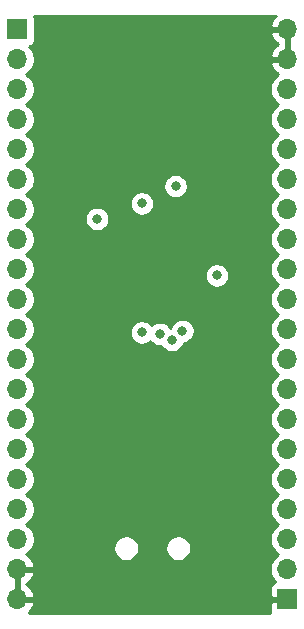
<source format=gbr>
%TF.GenerationSoftware,KiCad,Pcbnew,5.1.9-73d0e3b20d~88~ubuntu20.04.1*%
%TF.CreationDate,2021-03-30T20:26:41-06:00*%
%TF.ProjectId,STM32F411CE,53544d33-3246-4343-9131-43452e6b6963,rev?*%
%TF.SameCoordinates,Original*%
%TF.FileFunction,Copper,L4,Bot*%
%TF.FilePolarity,Positive*%
%FSLAX46Y46*%
G04 Gerber Fmt 4.6, Leading zero omitted, Abs format (unit mm)*
G04 Created by KiCad (PCBNEW 5.1.9-73d0e3b20d~88~ubuntu20.04.1) date 2021-03-30 20:26:41*
%MOMM*%
%LPD*%
G01*
G04 APERTURE LIST*
%TA.AperFunction,ComponentPad*%
%ADD10O,1.700000X1.700000*%
%TD*%
%TA.AperFunction,ComponentPad*%
%ADD11R,1.700000X1.700000*%
%TD*%
%TA.AperFunction,ViaPad*%
%ADD12C,0.800000*%
%TD*%
%TA.AperFunction,Conductor*%
%ADD13C,0.254000*%
%TD*%
%TA.AperFunction,Conductor*%
%ADD14C,0.100000*%
%TD*%
G04 APERTURE END LIST*
D10*
%TO.P,J3,20*%
%TO.N,GND*%
X36626800Y-13766800D03*
%TO.P,J3,19*%
X36626800Y-16306800D03*
%TO.P,J3,18*%
%TO.N,PB9*%
X36626800Y-18846800D03*
%TO.P,J3,17*%
%TO.N,PB8*%
X36626800Y-21386800D03*
%TO.P,J3,16*%
%TO.N,BOOT0*%
X36626800Y-23926800D03*
%TO.P,J3,15*%
%TO.N,PB7*%
X36626800Y-26466800D03*
%TO.P,J3,14*%
%TO.N,PB6*%
X36626800Y-29006800D03*
%TO.P,J3,13*%
%TO.N,PB5*%
X36626800Y-31546800D03*
%TO.P,J3,12*%
%TO.N,FM_MISO*%
X36626800Y-34086800D03*
%TO.P,J3,11*%
%TO.N,SWO*%
X36626800Y-36626800D03*
%TO.P,J3,10*%
%TO.N,PA15*%
X36626800Y-39166800D03*
%TO.P,J3,9*%
%TO.N,SWDCLK*%
X36626800Y-41706800D03*
%TO.P,J3,8*%
%TO.N,SWDIO*%
X36626800Y-44246800D03*
%TO.P,J3,7*%
%TO.N,N/C*%
X36626800Y-46786800D03*
%TO.P,J3,6*%
X36626800Y-49326800D03*
%TO.P,J3,5*%
X36626800Y-51866800D03*
%TO.P,J3,4*%
%TO.N,PB15*%
X36626800Y-54406800D03*
%TO.P,J3,3*%
%TO.N,PB14*%
X36626800Y-56946800D03*
%TO.P,J3,2*%
%TO.N,PB13*%
X36626800Y-59486800D03*
D11*
%TO.P,J3,1*%
%TO.N,GND*%
X36626800Y-62026800D03*
%TD*%
D10*
%TO.P,J2,20*%
%TO.N,GND*%
X13766800Y-62026800D03*
%TO.P,J2,19*%
X13766800Y-59486800D03*
%TO.P,J2,18*%
%TO.N,PB12*%
X13766800Y-56946800D03*
%TO.P,J2,17*%
%TO.N,PB10*%
X13766800Y-54406800D03*
%TO.P,J2,16*%
%TO.N,PB2*%
X13766800Y-51866800D03*
%TO.P,J2,15*%
%TO.N,PB1*%
X13766800Y-49326800D03*
%TO.P,J2,14*%
%TO.N,PBO*%
X13766800Y-46786800D03*
%TO.P,J2,13*%
%TO.N,FM_MOSI*%
X13766800Y-44246800D03*
%TO.P,J2,12*%
%TO.N,PA6*%
X13766800Y-41706800D03*
%TO.P,J2,11*%
%TO.N,FM_SCK*%
X13766800Y-39166800D03*
%TO.P,J2,10*%
%TO.N,FM_CS*%
X13766800Y-36626800D03*
%TO.P,J2,9*%
%TO.N,PA3*%
X13766800Y-34086800D03*
%TO.P,J2,8*%
%TO.N,PA2*%
X13766800Y-31546800D03*
%TO.P,J2,7*%
%TO.N,PA1*%
X13766800Y-29006800D03*
%TO.P,J2,6*%
%TO.N,KEY*%
X13766800Y-26466800D03*
%TO.P,J2,5*%
%TO.N,~RST*%
X13766800Y-23926800D03*
%TO.P,J2,4*%
%TO.N,+3V3*%
X13766800Y-21386800D03*
%TO.P,J2,3*%
%TO.N,N/C*%
X13766800Y-18846800D03*
%TO.P,J2,2*%
X13766800Y-16306800D03*
D11*
%TO.P,J2,1*%
%TO.N,+BATT*%
X13766800Y-13766800D03*
%TD*%
D12*
%TO.N,GND*%
X24130000Y-32512000D03*
X26416000Y-32512000D03*
X26416000Y-35560000D03*
X24130000Y-35560000D03*
X22402800Y-42773600D03*
X22758400Y-49225200D03*
X17018000Y-26924000D03*
X26797000Y-22352000D03*
X23368000Y-25908000D03*
X28194000Y-23114000D03*
X26289000Y-20320000D03*
X26797000Y-53213000D03*
%TO.N,+3V3*%
X27178000Y-27051000D03*
X30657800Y-34594800D03*
X24307800Y-39420800D03*
X20535900Y-29806900D03*
%TO.N,+BATT*%
X24307800Y-28498800D03*
%TO.N,PB14*%
X26847800Y-40055800D03*
%TO.N,PB13*%
X25831800Y-39547800D03*
%TO.N,PB15*%
X27736800Y-39293800D03*
%TD*%
D13*
%TO.N,GND*%
X35529212Y-12766531D02*
X35355159Y-12999880D01*
X35229975Y-13262701D01*
X35185324Y-13409910D01*
X35306645Y-13639800D01*
X36499800Y-13639800D01*
X36499800Y-13619800D01*
X36753800Y-13619800D01*
X36753800Y-13639800D01*
X36773800Y-13639800D01*
X36773800Y-13893800D01*
X36753800Y-13893800D01*
X36753800Y-16179800D01*
X36773800Y-16179800D01*
X36773800Y-16433800D01*
X36753800Y-16433800D01*
X36753800Y-16453800D01*
X36499800Y-16453800D01*
X36499800Y-16433800D01*
X35306645Y-16433800D01*
X35185324Y-16663690D01*
X35229975Y-16810899D01*
X35355159Y-17073720D01*
X35529212Y-17307069D01*
X35745445Y-17501978D01*
X35862334Y-17571605D01*
X35680168Y-17693325D01*
X35473325Y-17900168D01*
X35310810Y-18143389D01*
X35198868Y-18413642D01*
X35141800Y-18700540D01*
X35141800Y-18993060D01*
X35198868Y-19279958D01*
X35310810Y-19550211D01*
X35473325Y-19793432D01*
X35680168Y-20000275D01*
X35854560Y-20116800D01*
X35680168Y-20233325D01*
X35473325Y-20440168D01*
X35310810Y-20683389D01*
X35198868Y-20953642D01*
X35141800Y-21240540D01*
X35141800Y-21533060D01*
X35198868Y-21819958D01*
X35310810Y-22090211D01*
X35473325Y-22333432D01*
X35680168Y-22540275D01*
X35854560Y-22656800D01*
X35680168Y-22773325D01*
X35473325Y-22980168D01*
X35310810Y-23223389D01*
X35198868Y-23493642D01*
X35141800Y-23780540D01*
X35141800Y-24073060D01*
X35198868Y-24359958D01*
X35310810Y-24630211D01*
X35473325Y-24873432D01*
X35680168Y-25080275D01*
X35854560Y-25196800D01*
X35680168Y-25313325D01*
X35473325Y-25520168D01*
X35310810Y-25763389D01*
X35198868Y-26033642D01*
X35141800Y-26320540D01*
X35141800Y-26613060D01*
X35198868Y-26899958D01*
X35310810Y-27170211D01*
X35473325Y-27413432D01*
X35680168Y-27620275D01*
X35854560Y-27736800D01*
X35680168Y-27853325D01*
X35473325Y-28060168D01*
X35310810Y-28303389D01*
X35198868Y-28573642D01*
X35141800Y-28860540D01*
X35141800Y-29153060D01*
X35198868Y-29439958D01*
X35310810Y-29710211D01*
X35473325Y-29953432D01*
X35680168Y-30160275D01*
X35854560Y-30276800D01*
X35680168Y-30393325D01*
X35473325Y-30600168D01*
X35310810Y-30843389D01*
X35198868Y-31113642D01*
X35141800Y-31400540D01*
X35141800Y-31693060D01*
X35198868Y-31979958D01*
X35310810Y-32250211D01*
X35473325Y-32493432D01*
X35680168Y-32700275D01*
X35854560Y-32816800D01*
X35680168Y-32933325D01*
X35473325Y-33140168D01*
X35310810Y-33383389D01*
X35198868Y-33653642D01*
X35141800Y-33940540D01*
X35141800Y-34233060D01*
X35198868Y-34519958D01*
X35310810Y-34790211D01*
X35473325Y-35033432D01*
X35680168Y-35240275D01*
X35854560Y-35356800D01*
X35680168Y-35473325D01*
X35473325Y-35680168D01*
X35310810Y-35923389D01*
X35198868Y-36193642D01*
X35141800Y-36480540D01*
X35141800Y-36773060D01*
X35198868Y-37059958D01*
X35310810Y-37330211D01*
X35473325Y-37573432D01*
X35680168Y-37780275D01*
X35854560Y-37896800D01*
X35680168Y-38013325D01*
X35473325Y-38220168D01*
X35310810Y-38463389D01*
X35198868Y-38733642D01*
X35141800Y-39020540D01*
X35141800Y-39313060D01*
X35198868Y-39599958D01*
X35310810Y-39870211D01*
X35473325Y-40113432D01*
X35680168Y-40320275D01*
X35854560Y-40436800D01*
X35680168Y-40553325D01*
X35473325Y-40760168D01*
X35310810Y-41003389D01*
X35198868Y-41273642D01*
X35141800Y-41560540D01*
X35141800Y-41853060D01*
X35198868Y-42139958D01*
X35310810Y-42410211D01*
X35473325Y-42653432D01*
X35680168Y-42860275D01*
X35854560Y-42976800D01*
X35680168Y-43093325D01*
X35473325Y-43300168D01*
X35310810Y-43543389D01*
X35198868Y-43813642D01*
X35141800Y-44100540D01*
X35141800Y-44393060D01*
X35198868Y-44679958D01*
X35310810Y-44950211D01*
X35473325Y-45193432D01*
X35680168Y-45400275D01*
X35854560Y-45516800D01*
X35680168Y-45633325D01*
X35473325Y-45840168D01*
X35310810Y-46083389D01*
X35198868Y-46353642D01*
X35141800Y-46640540D01*
X35141800Y-46933060D01*
X35198868Y-47219958D01*
X35310810Y-47490211D01*
X35473325Y-47733432D01*
X35680168Y-47940275D01*
X35854560Y-48056800D01*
X35680168Y-48173325D01*
X35473325Y-48380168D01*
X35310810Y-48623389D01*
X35198868Y-48893642D01*
X35141800Y-49180540D01*
X35141800Y-49473060D01*
X35198868Y-49759958D01*
X35310810Y-50030211D01*
X35473325Y-50273432D01*
X35680168Y-50480275D01*
X35854560Y-50596800D01*
X35680168Y-50713325D01*
X35473325Y-50920168D01*
X35310810Y-51163389D01*
X35198868Y-51433642D01*
X35141800Y-51720540D01*
X35141800Y-52013060D01*
X35198868Y-52299958D01*
X35310810Y-52570211D01*
X35473325Y-52813432D01*
X35680168Y-53020275D01*
X35854560Y-53136800D01*
X35680168Y-53253325D01*
X35473325Y-53460168D01*
X35310810Y-53703389D01*
X35198868Y-53973642D01*
X35141800Y-54260540D01*
X35141800Y-54553060D01*
X35198868Y-54839958D01*
X35310810Y-55110211D01*
X35473325Y-55353432D01*
X35680168Y-55560275D01*
X35854560Y-55676800D01*
X35680168Y-55793325D01*
X35473325Y-56000168D01*
X35310810Y-56243389D01*
X35198868Y-56513642D01*
X35141800Y-56800540D01*
X35141800Y-57093060D01*
X35198868Y-57379958D01*
X35310810Y-57650211D01*
X35473325Y-57893432D01*
X35680168Y-58100275D01*
X35854560Y-58216800D01*
X35680168Y-58333325D01*
X35473325Y-58540168D01*
X35310810Y-58783389D01*
X35198868Y-59053642D01*
X35141800Y-59340540D01*
X35141800Y-59633060D01*
X35198868Y-59919958D01*
X35310810Y-60190211D01*
X35473325Y-60433432D01*
X35605180Y-60565287D01*
X35532620Y-60587298D01*
X35422306Y-60646263D01*
X35325615Y-60725615D01*
X35246263Y-60822306D01*
X35187298Y-60932620D01*
X35150988Y-61052318D01*
X35138728Y-61176800D01*
X35141800Y-61741050D01*
X35300550Y-61899800D01*
X36499800Y-61899800D01*
X36499800Y-61879800D01*
X36753800Y-61879800D01*
X36753800Y-61899800D01*
X36773800Y-61899800D01*
X36773800Y-62153800D01*
X36753800Y-62153800D01*
X36753800Y-62173800D01*
X36499800Y-62173800D01*
X36499800Y-62153800D01*
X35300550Y-62153800D01*
X35141800Y-62312550D01*
X35138728Y-62876800D01*
X35150988Y-63001282D01*
X35187298Y-63120980D01*
X35200030Y-63144800D01*
X14733777Y-63144800D01*
X14864388Y-63027069D01*
X15038441Y-62793720D01*
X15163625Y-62530899D01*
X15208276Y-62383690D01*
X15086955Y-62153800D01*
X13893800Y-62153800D01*
X13893800Y-62173800D01*
X13639800Y-62173800D01*
X13639800Y-62153800D01*
X13619800Y-62153800D01*
X13619800Y-61899800D01*
X13639800Y-61899800D01*
X13639800Y-59613800D01*
X13893800Y-59613800D01*
X13893800Y-61899800D01*
X15086955Y-61899800D01*
X15208276Y-61669910D01*
X15163625Y-61522701D01*
X15038441Y-61259880D01*
X14864388Y-61026531D01*
X14648155Y-60831622D01*
X14522545Y-60756800D01*
X14648155Y-60681978D01*
X14864388Y-60487069D01*
X15038441Y-60253720D01*
X15163625Y-59990899D01*
X15208276Y-59843690D01*
X15086955Y-59613800D01*
X13893800Y-59613800D01*
X13639800Y-59613800D01*
X13619800Y-59613800D01*
X13619800Y-59359800D01*
X13639800Y-59359800D01*
X13639800Y-59339800D01*
X13893800Y-59339800D01*
X13893800Y-59359800D01*
X15086955Y-59359800D01*
X15208276Y-59129910D01*
X15163625Y-58982701D01*
X15038441Y-58719880D01*
X14864388Y-58486531D01*
X14648155Y-58291622D01*
X14531266Y-58221995D01*
X14713432Y-58100275D01*
X14920275Y-57893432D01*
X15082790Y-57650211D01*
X15102785Y-57601937D01*
X21911800Y-57601937D01*
X21911800Y-57815663D01*
X21953496Y-58025283D01*
X22035285Y-58222740D01*
X22154025Y-58400447D01*
X22305153Y-58551575D01*
X22482860Y-58670315D01*
X22680317Y-58752104D01*
X22889937Y-58793800D01*
X23103663Y-58793800D01*
X23313283Y-58752104D01*
X23510740Y-58670315D01*
X23688447Y-58551575D01*
X23839575Y-58400447D01*
X23958315Y-58222740D01*
X24040104Y-58025283D01*
X24081800Y-57815663D01*
X24081800Y-57601937D01*
X26311800Y-57601937D01*
X26311800Y-57815663D01*
X26353496Y-58025283D01*
X26435285Y-58222740D01*
X26554025Y-58400447D01*
X26705153Y-58551575D01*
X26882860Y-58670315D01*
X27080317Y-58752104D01*
X27289937Y-58793800D01*
X27503663Y-58793800D01*
X27713283Y-58752104D01*
X27910740Y-58670315D01*
X28088447Y-58551575D01*
X28239575Y-58400447D01*
X28358315Y-58222740D01*
X28440104Y-58025283D01*
X28481800Y-57815663D01*
X28481800Y-57601937D01*
X28440104Y-57392317D01*
X28358315Y-57194860D01*
X28239575Y-57017153D01*
X28088447Y-56866025D01*
X27910740Y-56747285D01*
X27713283Y-56665496D01*
X27503663Y-56623800D01*
X27289937Y-56623800D01*
X27080317Y-56665496D01*
X26882860Y-56747285D01*
X26705153Y-56866025D01*
X26554025Y-57017153D01*
X26435285Y-57194860D01*
X26353496Y-57392317D01*
X26311800Y-57601937D01*
X24081800Y-57601937D01*
X24040104Y-57392317D01*
X23958315Y-57194860D01*
X23839575Y-57017153D01*
X23688447Y-56866025D01*
X23510740Y-56747285D01*
X23313283Y-56665496D01*
X23103663Y-56623800D01*
X22889937Y-56623800D01*
X22680317Y-56665496D01*
X22482860Y-56747285D01*
X22305153Y-56866025D01*
X22154025Y-57017153D01*
X22035285Y-57194860D01*
X21953496Y-57392317D01*
X21911800Y-57601937D01*
X15102785Y-57601937D01*
X15194732Y-57379958D01*
X15251800Y-57093060D01*
X15251800Y-56800540D01*
X15194732Y-56513642D01*
X15082790Y-56243389D01*
X14920275Y-56000168D01*
X14713432Y-55793325D01*
X14539040Y-55676800D01*
X14713432Y-55560275D01*
X14920275Y-55353432D01*
X15082790Y-55110211D01*
X15194732Y-54839958D01*
X15251800Y-54553060D01*
X15251800Y-54260540D01*
X15194732Y-53973642D01*
X15082790Y-53703389D01*
X14920275Y-53460168D01*
X14713432Y-53253325D01*
X14539040Y-53136800D01*
X14713432Y-53020275D01*
X14920275Y-52813432D01*
X15082790Y-52570211D01*
X15194732Y-52299958D01*
X15251800Y-52013060D01*
X15251800Y-51720540D01*
X15194732Y-51433642D01*
X15082790Y-51163389D01*
X14920275Y-50920168D01*
X14713432Y-50713325D01*
X14539040Y-50596800D01*
X14713432Y-50480275D01*
X14920275Y-50273432D01*
X15082790Y-50030211D01*
X15194732Y-49759958D01*
X15251800Y-49473060D01*
X15251800Y-49180540D01*
X15194732Y-48893642D01*
X15082790Y-48623389D01*
X14920275Y-48380168D01*
X14713432Y-48173325D01*
X14539040Y-48056800D01*
X14713432Y-47940275D01*
X14920275Y-47733432D01*
X15082790Y-47490211D01*
X15194732Y-47219958D01*
X15251800Y-46933060D01*
X15251800Y-46640540D01*
X15194732Y-46353642D01*
X15082790Y-46083389D01*
X14920275Y-45840168D01*
X14713432Y-45633325D01*
X14539040Y-45516800D01*
X14713432Y-45400275D01*
X14920275Y-45193432D01*
X15082790Y-44950211D01*
X15194732Y-44679958D01*
X15251800Y-44393060D01*
X15251800Y-44100540D01*
X15194732Y-43813642D01*
X15082790Y-43543389D01*
X14920275Y-43300168D01*
X14713432Y-43093325D01*
X14539040Y-42976800D01*
X14713432Y-42860275D01*
X14920275Y-42653432D01*
X15082790Y-42410211D01*
X15194732Y-42139958D01*
X15251800Y-41853060D01*
X15251800Y-41560540D01*
X15194732Y-41273642D01*
X15082790Y-41003389D01*
X14920275Y-40760168D01*
X14713432Y-40553325D01*
X14539040Y-40436800D01*
X14713432Y-40320275D01*
X14920275Y-40113432D01*
X15082790Y-39870211D01*
X15194732Y-39599958D01*
X15250646Y-39318861D01*
X23272800Y-39318861D01*
X23272800Y-39522739D01*
X23312574Y-39722698D01*
X23390595Y-39911056D01*
X23503863Y-40080574D01*
X23648026Y-40224737D01*
X23817544Y-40338005D01*
X24005902Y-40416026D01*
X24205861Y-40455800D01*
X24409739Y-40455800D01*
X24609698Y-40416026D01*
X24798056Y-40338005D01*
X24967574Y-40224737D01*
X25010589Y-40181722D01*
X25027863Y-40207574D01*
X25172026Y-40351737D01*
X25341544Y-40465005D01*
X25529902Y-40543026D01*
X25729861Y-40582800D01*
X25933739Y-40582800D01*
X25952635Y-40579041D01*
X26043863Y-40715574D01*
X26188026Y-40859737D01*
X26357544Y-40973005D01*
X26545902Y-41051026D01*
X26745861Y-41090800D01*
X26949739Y-41090800D01*
X27149698Y-41051026D01*
X27338056Y-40973005D01*
X27507574Y-40859737D01*
X27651737Y-40715574D01*
X27765005Y-40546056D01*
X27843026Y-40357698D01*
X27849188Y-40326722D01*
X28038698Y-40289026D01*
X28227056Y-40211005D01*
X28396574Y-40097737D01*
X28540737Y-39953574D01*
X28654005Y-39784056D01*
X28732026Y-39595698D01*
X28771800Y-39395739D01*
X28771800Y-39191861D01*
X28732026Y-38991902D01*
X28654005Y-38803544D01*
X28540737Y-38634026D01*
X28396574Y-38489863D01*
X28227056Y-38376595D01*
X28038698Y-38298574D01*
X27838739Y-38258800D01*
X27634861Y-38258800D01*
X27434902Y-38298574D01*
X27246544Y-38376595D01*
X27077026Y-38489863D01*
X26932863Y-38634026D01*
X26819595Y-38803544D01*
X26741574Y-38991902D01*
X26735412Y-39022878D01*
X26726965Y-39024559D01*
X26635737Y-38888026D01*
X26491574Y-38743863D01*
X26322056Y-38630595D01*
X26133698Y-38552574D01*
X25933739Y-38512800D01*
X25729861Y-38512800D01*
X25529902Y-38552574D01*
X25341544Y-38630595D01*
X25172026Y-38743863D01*
X25129011Y-38786878D01*
X25111737Y-38761026D01*
X24967574Y-38616863D01*
X24798056Y-38503595D01*
X24609698Y-38425574D01*
X24409739Y-38385800D01*
X24205861Y-38385800D01*
X24005902Y-38425574D01*
X23817544Y-38503595D01*
X23648026Y-38616863D01*
X23503863Y-38761026D01*
X23390595Y-38930544D01*
X23312574Y-39118902D01*
X23272800Y-39318861D01*
X15250646Y-39318861D01*
X15251800Y-39313060D01*
X15251800Y-39020540D01*
X15194732Y-38733642D01*
X15082790Y-38463389D01*
X14920275Y-38220168D01*
X14713432Y-38013325D01*
X14539040Y-37896800D01*
X14713432Y-37780275D01*
X14920275Y-37573432D01*
X15082790Y-37330211D01*
X15194732Y-37059958D01*
X15251800Y-36773060D01*
X15251800Y-36480540D01*
X15194732Y-36193642D01*
X15082790Y-35923389D01*
X14920275Y-35680168D01*
X14713432Y-35473325D01*
X14539040Y-35356800D01*
X14713432Y-35240275D01*
X14920275Y-35033432D01*
X15082790Y-34790211D01*
X15194732Y-34519958D01*
X15200121Y-34492861D01*
X29622800Y-34492861D01*
X29622800Y-34696739D01*
X29662574Y-34896698D01*
X29740595Y-35085056D01*
X29853863Y-35254574D01*
X29998026Y-35398737D01*
X30167544Y-35512005D01*
X30355902Y-35590026D01*
X30555861Y-35629800D01*
X30759739Y-35629800D01*
X30959698Y-35590026D01*
X31148056Y-35512005D01*
X31317574Y-35398737D01*
X31461737Y-35254574D01*
X31575005Y-35085056D01*
X31653026Y-34896698D01*
X31692800Y-34696739D01*
X31692800Y-34492861D01*
X31653026Y-34292902D01*
X31575005Y-34104544D01*
X31461737Y-33935026D01*
X31317574Y-33790863D01*
X31148056Y-33677595D01*
X30959698Y-33599574D01*
X30759739Y-33559800D01*
X30555861Y-33559800D01*
X30355902Y-33599574D01*
X30167544Y-33677595D01*
X29998026Y-33790863D01*
X29853863Y-33935026D01*
X29740595Y-34104544D01*
X29662574Y-34292902D01*
X29622800Y-34492861D01*
X15200121Y-34492861D01*
X15251800Y-34233060D01*
X15251800Y-33940540D01*
X15194732Y-33653642D01*
X15082790Y-33383389D01*
X14920275Y-33140168D01*
X14713432Y-32933325D01*
X14539040Y-32816800D01*
X14713432Y-32700275D01*
X14920275Y-32493432D01*
X15082790Y-32250211D01*
X15194732Y-31979958D01*
X15251800Y-31693060D01*
X15251800Y-31400540D01*
X15194732Y-31113642D01*
X15082790Y-30843389D01*
X14920275Y-30600168D01*
X14713432Y-30393325D01*
X14539040Y-30276800D01*
X14713432Y-30160275D01*
X14920275Y-29953432D01*
X15082790Y-29710211D01*
X15084964Y-29704961D01*
X19500900Y-29704961D01*
X19500900Y-29908839D01*
X19540674Y-30108798D01*
X19618695Y-30297156D01*
X19731963Y-30466674D01*
X19876126Y-30610837D01*
X20045644Y-30724105D01*
X20234002Y-30802126D01*
X20433961Y-30841900D01*
X20637839Y-30841900D01*
X20837798Y-30802126D01*
X21026156Y-30724105D01*
X21195674Y-30610837D01*
X21339837Y-30466674D01*
X21453105Y-30297156D01*
X21531126Y-30108798D01*
X21570900Y-29908839D01*
X21570900Y-29704961D01*
X21531126Y-29505002D01*
X21453105Y-29316644D01*
X21339837Y-29147126D01*
X21195674Y-29002963D01*
X21026156Y-28889695D01*
X20837798Y-28811674D01*
X20637839Y-28771900D01*
X20433961Y-28771900D01*
X20234002Y-28811674D01*
X20045644Y-28889695D01*
X19876126Y-29002963D01*
X19731963Y-29147126D01*
X19618695Y-29316644D01*
X19540674Y-29505002D01*
X19500900Y-29704961D01*
X15084964Y-29704961D01*
X15194732Y-29439958D01*
X15251800Y-29153060D01*
X15251800Y-28860540D01*
X15194732Y-28573642D01*
X15121508Y-28396861D01*
X23272800Y-28396861D01*
X23272800Y-28600739D01*
X23312574Y-28800698D01*
X23390595Y-28989056D01*
X23503863Y-29158574D01*
X23648026Y-29302737D01*
X23817544Y-29416005D01*
X24005902Y-29494026D01*
X24205861Y-29533800D01*
X24409739Y-29533800D01*
X24609698Y-29494026D01*
X24798056Y-29416005D01*
X24967574Y-29302737D01*
X25111737Y-29158574D01*
X25225005Y-28989056D01*
X25303026Y-28800698D01*
X25342800Y-28600739D01*
X25342800Y-28396861D01*
X25303026Y-28196902D01*
X25225005Y-28008544D01*
X25111737Y-27839026D01*
X24967574Y-27694863D01*
X24798056Y-27581595D01*
X24609698Y-27503574D01*
X24409739Y-27463800D01*
X24205861Y-27463800D01*
X24005902Y-27503574D01*
X23817544Y-27581595D01*
X23648026Y-27694863D01*
X23503863Y-27839026D01*
X23390595Y-28008544D01*
X23312574Y-28196902D01*
X23272800Y-28396861D01*
X15121508Y-28396861D01*
X15082790Y-28303389D01*
X14920275Y-28060168D01*
X14713432Y-27853325D01*
X14539040Y-27736800D01*
X14713432Y-27620275D01*
X14920275Y-27413432D01*
X15082790Y-27170211D01*
X15174392Y-26949061D01*
X26143000Y-26949061D01*
X26143000Y-27152939D01*
X26182774Y-27352898D01*
X26260795Y-27541256D01*
X26374063Y-27710774D01*
X26518226Y-27854937D01*
X26687744Y-27968205D01*
X26876102Y-28046226D01*
X27076061Y-28086000D01*
X27279939Y-28086000D01*
X27479898Y-28046226D01*
X27668256Y-27968205D01*
X27837774Y-27854937D01*
X27981937Y-27710774D01*
X28095205Y-27541256D01*
X28173226Y-27352898D01*
X28213000Y-27152939D01*
X28213000Y-26949061D01*
X28173226Y-26749102D01*
X28095205Y-26560744D01*
X27981937Y-26391226D01*
X27837774Y-26247063D01*
X27668256Y-26133795D01*
X27479898Y-26055774D01*
X27279939Y-26016000D01*
X27076061Y-26016000D01*
X26876102Y-26055774D01*
X26687744Y-26133795D01*
X26518226Y-26247063D01*
X26374063Y-26391226D01*
X26260795Y-26560744D01*
X26182774Y-26749102D01*
X26143000Y-26949061D01*
X15174392Y-26949061D01*
X15194732Y-26899958D01*
X15251800Y-26613060D01*
X15251800Y-26320540D01*
X15194732Y-26033642D01*
X15082790Y-25763389D01*
X14920275Y-25520168D01*
X14713432Y-25313325D01*
X14539040Y-25196800D01*
X14713432Y-25080275D01*
X14920275Y-24873432D01*
X15082790Y-24630211D01*
X15194732Y-24359958D01*
X15251800Y-24073060D01*
X15251800Y-23780540D01*
X15194732Y-23493642D01*
X15082790Y-23223389D01*
X14920275Y-22980168D01*
X14713432Y-22773325D01*
X14539040Y-22656800D01*
X14713432Y-22540275D01*
X14920275Y-22333432D01*
X15082790Y-22090211D01*
X15194732Y-21819958D01*
X15251800Y-21533060D01*
X15251800Y-21240540D01*
X15194732Y-20953642D01*
X15082790Y-20683389D01*
X14920275Y-20440168D01*
X14713432Y-20233325D01*
X14539040Y-20116800D01*
X14713432Y-20000275D01*
X14920275Y-19793432D01*
X15082790Y-19550211D01*
X15194732Y-19279958D01*
X15251800Y-18993060D01*
X15251800Y-18700540D01*
X15194732Y-18413642D01*
X15082790Y-18143389D01*
X14920275Y-17900168D01*
X14713432Y-17693325D01*
X14539040Y-17576800D01*
X14713432Y-17460275D01*
X14920275Y-17253432D01*
X15082790Y-17010211D01*
X15194732Y-16739958D01*
X15251800Y-16453060D01*
X15251800Y-16160540D01*
X15194732Y-15873642D01*
X15082790Y-15603389D01*
X14920275Y-15360168D01*
X14788420Y-15228313D01*
X14860980Y-15206302D01*
X14971294Y-15147337D01*
X15067985Y-15067985D01*
X15147337Y-14971294D01*
X15206302Y-14860980D01*
X15242612Y-14741282D01*
X15254872Y-14616800D01*
X15254872Y-14123690D01*
X35185324Y-14123690D01*
X35229975Y-14270899D01*
X35355159Y-14533720D01*
X35529212Y-14767069D01*
X35745445Y-14961978D01*
X35871055Y-15036800D01*
X35745445Y-15111622D01*
X35529212Y-15306531D01*
X35355159Y-15539880D01*
X35229975Y-15802701D01*
X35185324Y-15949910D01*
X35306645Y-16179800D01*
X36499800Y-16179800D01*
X36499800Y-13893800D01*
X35306645Y-13893800D01*
X35185324Y-14123690D01*
X15254872Y-14123690D01*
X15254872Y-12916800D01*
X15242612Y-12792318D01*
X15206302Y-12672620D01*
X15193570Y-12648800D01*
X35659823Y-12648800D01*
X35529212Y-12766531D01*
%TA.AperFunction,Conductor*%
D14*
G36*
X35529212Y-12766531D02*
G01*
X35355159Y-12999880D01*
X35229975Y-13262701D01*
X35185324Y-13409910D01*
X35306645Y-13639800D01*
X36499800Y-13639800D01*
X36499800Y-13619800D01*
X36753800Y-13619800D01*
X36753800Y-13639800D01*
X36773800Y-13639800D01*
X36773800Y-13893800D01*
X36753800Y-13893800D01*
X36753800Y-16179800D01*
X36773800Y-16179800D01*
X36773800Y-16433800D01*
X36753800Y-16433800D01*
X36753800Y-16453800D01*
X36499800Y-16453800D01*
X36499800Y-16433800D01*
X35306645Y-16433800D01*
X35185324Y-16663690D01*
X35229975Y-16810899D01*
X35355159Y-17073720D01*
X35529212Y-17307069D01*
X35745445Y-17501978D01*
X35862334Y-17571605D01*
X35680168Y-17693325D01*
X35473325Y-17900168D01*
X35310810Y-18143389D01*
X35198868Y-18413642D01*
X35141800Y-18700540D01*
X35141800Y-18993060D01*
X35198868Y-19279958D01*
X35310810Y-19550211D01*
X35473325Y-19793432D01*
X35680168Y-20000275D01*
X35854560Y-20116800D01*
X35680168Y-20233325D01*
X35473325Y-20440168D01*
X35310810Y-20683389D01*
X35198868Y-20953642D01*
X35141800Y-21240540D01*
X35141800Y-21533060D01*
X35198868Y-21819958D01*
X35310810Y-22090211D01*
X35473325Y-22333432D01*
X35680168Y-22540275D01*
X35854560Y-22656800D01*
X35680168Y-22773325D01*
X35473325Y-22980168D01*
X35310810Y-23223389D01*
X35198868Y-23493642D01*
X35141800Y-23780540D01*
X35141800Y-24073060D01*
X35198868Y-24359958D01*
X35310810Y-24630211D01*
X35473325Y-24873432D01*
X35680168Y-25080275D01*
X35854560Y-25196800D01*
X35680168Y-25313325D01*
X35473325Y-25520168D01*
X35310810Y-25763389D01*
X35198868Y-26033642D01*
X35141800Y-26320540D01*
X35141800Y-26613060D01*
X35198868Y-26899958D01*
X35310810Y-27170211D01*
X35473325Y-27413432D01*
X35680168Y-27620275D01*
X35854560Y-27736800D01*
X35680168Y-27853325D01*
X35473325Y-28060168D01*
X35310810Y-28303389D01*
X35198868Y-28573642D01*
X35141800Y-28860540D01*
X35141800Y-29153060D01*
X35198868Y-29439958D01*
X35310810Y-29710211D01*
X35473325Y-29953432D01*
X35680168Y-30160275D01*
X35854560Y-30276800D01*
X35680168Y-30393325D01*
X35473325Y-30600168D01*
X35310810Y-30843389D01*
X35198868Y-31113642D01*
X35141800Y-31400540D01*
X35141800Y-31693060D01*
X35198868Y-31979958D01*
X35310810Y-32250211D01*
X35473325Y-32493432D01*
X35680168Y-32700275D01*
X35854560Y-32816800D01*
X35680168Y-32933325D01*
X35473325Y-33140168D01*
X35310810Y-33383389D01*
X35198868Y-33653642D01*
X35141800Y-33940540D01*
X35141800Y-34233060D01*
X35198868Y-34519958D01*
X35310810Y-34790211D01*
X35473325Y-35033432D01*
X35680168Y-35240275D01*
X35854560Y-35356800D01*
X35680168Y-35473325D01*
X35473325Y-35680168D01*
X35310810Y-35923389D01*
X35198868Y-36193642D01*
X35141800Y-36480540D01*
X35141800Y-36773060D01*
X35198868Y-37059958D01*
X35310810Y-37330211D01*
X35473325Y-37573432D01*
X35680168Y-37780275D01*
X35854560Y-37896800D01*
X35680168Y-38013325D01*
X35473325Y-38220168D01*
X35310810Y-38463389D01*
X35198868Y-38733642D01*
X35141800Y-39020540D01*
X35141800Y-39313060D01*
X35198868Y-39599958D01*
X35310810Y-39870211D01*
X35473325Y-40113432D01*
X35680168Y-40320275D01*
X35854560Y-40436800D01*
X35680168Y-40553325D01*
X35473325Y-40760168D01*
X35310810Y-41003389D01*
X35198868Y-41273642D01*
X35141800Y-41560540D01*
X35141800Y-41853060D01*
X35198868Y-42139958D01*
X35310810Y-42410211D01*
X35473325Y-42653432D01*
X35680168Y-42860275D01*
X35854560Y-42976800D01*
X35680168Y-43093325D01*
X35473325Y-43300168D01*
X35310810Y-43543389D01*
X35198868Y-43813642D01*
X35141800Y-44100540D01*
X35141800Y-44393060D01*
X35198868Y-44679958D01*
X35310810Y-44950211D01*
X35473325Y-45193432D01*
X35680168Y-45400275D01*
X35854560Y-45516800D01*
X35680168Y-45633325D01*
X35473325Y-45840168D01*
X35310810Y-46083389D01*
X35198868Y-46353642D01*
X35141800Y-46640540D01*
X35141800Y-46933060D01*
X35198868Y-47219958D01*
X35310810Y-47490211D01*
X35473325Y-47733432D01*
X35680168Y-47940275D01*
X35854560Y-48056800D01*
X35680168Y-48173325D01*
X35473325Y-48380168D01*
X35310810Y-48623389D01*
X35198868Y-48893642D01*
X35141800Y-49180540D01*
X35141800Y-49473060D01*
X35198868Y-49759958D01*
X35310810Y-50030211D01*
X35473325Y-50273432D01*
X35680168Y-50480275D01*
X35854560Y-50596800D01*
X35680168Y-50713325D01*
X35473325Y-50920168D01*
X35310810Y-51163389D01*
X35198868Y-51433642D01*
X35141800Y-51720540D01*
X35141800Y-52013060D01*
X35198868Y-52299958D01*
X35310810Y-52570211D01*
X35473325Y-52813432D01*
X35680168Y-53020275D01*
X35854560Y-53136800D01*
X35680168Y-53253325D01*
X35473325Y-53460168D01*
X35310810Y-53703389D01*
X35198868Y-53973642D01*
X35141800Y-54260540D01*
X35141800Y-54553060D01*
X35198868Y-54839958D01*
X35310810Y-55110211D01*
X35473325Y-55353432D01*
X35680168Y-55560275D01*
X35854560Y-55676800D01*
X35680168Y-55793325D01*
X35473325Y-56000168D01*
X35310810Y-56243389D01*
X35198868Y-56513642D01*
X35141800Y-56800540D01*
X35141800Y-57093060D01*
X35198868Y-57379958D01*
X35310810Y-57650211D01*
X35473325Y-57893432D01*
X35680168Y-58100275D01*
X35854560Y-58216800D01*
X35680168Y-58333325D01*
X35473325Y-58540168D01*
X35310810Y-58783389D01*
X35198868Y-59053642D01*
X35141800Y-59340540D01*
X35141800Y-59633060D01*
X35198868Y-59919958D01*
X35310810Y-60190211D01*
X35473325Y-60433432D01*
X35605180Y-60565287D01*
X35532620Y-60587298D01*
X35422306Y-60646263D01*
X35325615Y-60725615D01*
X35246263Y-60822306D01*
X35187298Y-60932620D01*
X35150988Y-61052318D01*
X35138728Y-61176800D01*
X35141800Y-61741050D01*
X35300550Y-61899800D01*
X36499800Y-61899800D01*
X36499800Y-61879800D01*
X36753800Y-61879800D01*
X36753800Y-61899800D01*
X36773800Y-61899800D01*
X36773800Y-62153800D01*
X36753800Y-62153800D01*
X36753800Y-62173800D01*
X36499800Y-62173800D01*
X36499800Y-62153800D01*
X35300550Y-62153800D01*
X35141800Y-62312550D01*
X35138728Y-62876800D01*
X35150988Y-63001282D01*
X35187298Y-63120980D01*
X35200030Y-63144800D01*
X14733777Y-63144800D01*
X14864388Y-63027069D01*
X15038441Y-62793720D01*
X15163625Y-62530899D01*
X15208276Y-62383690D01*
X15086955Y-62153800D01*
X13893800Y-62153800D01*
X13893800Y-62173800D01*
X13639800Y-62173800D01*
X13639800Y-62153800D01*
X13619800Y-62153800D01*
X13619800Y-61899800D01*
X13639800Y-61899800D01*
X13639800Y-59613800D01*
X13893800Y-59613800D01*
X13893800Y-61899800D01*
X15086955Y-61899800D01*
X15208276Y-61669910D01*
X15163625Y-61522701D01*
X15038441Y-61259880D01*
X14864388Y-61026531D01*
X14648155Y-60831622D01*
X14522545Y-60756800D01*
X14648155Y-60681978D01*
X14864388Y-60487069D01*
X15038441Y-60253720D01*
X15163625Y-59990899D01*
X15208276Y-59843690D01*
X15086955Y-59613800D01*
X13893800Y-59613800D01*
X13639800Y-59613800D01*
X13619800Y-59613800D01*
X13619800Y-59359800D01*
X13639800Y-59359800D01*
X13639800Y-59339800D01*
X13893800Y-59339800D01*
X13893800Y-59359800D01*
X15086955Y-59359800D01*
X15208276Y-59129910D01*
X15163625Y-58982701D01*
X15038441Y-58719880D01*
X14864388Y-58486531D01*
X14648155Y-58291622D01*
X14531266Y-58221995D01*
X14713432Y-58100275D01*
X14920275Y-57893432D01*
X15082790Y-57650211D01*
X15102785Y-57601937D01*
X21911800Y-57601937D01*
X21911800Y-57815663D01*
X21953496Y-58025283D01*
X22035285Y-58222740D01*
X22154025Y-58400447D01*
X22305153Y-58551575D01*
X22482860Y-58670315D01*
X22680317Y-58752104D01*
X22889937Y-58793800D01*
X23103663Y-58793800D01*
X23313283Y-58752104D01*
X23510740Y-58670315D01*
X23688447Y-58551575D01*
X23839575Y-58400447D01*
X23958315Y-58222740D01*
X24040104Y-58025283D01*
X24081800Y-57815663D01*
X24081800Y-57601937D01*
X26311800Y-57601937D01*
X26311800Y-57815663D01*
X26353496Y-58025283D01*
X26435285Y-58222740D01*
X26554025Y-58400447D01*
X26705153Y-58551575D01*
X26882860Y-58670315D01*
X27080317Y-58752104D01*
X27289937Y-58793800D01*
X27503663Y-58793800D01*
X27713283Y-58752104D01*
X27910740Y-58670315D01*
X28088447Y-58551575D01*
X28239575Y-58400447D01*
X28358315Y-58222740D01*
X28440104Y-58025283D01*
X28481800Y-57815663D01*
X28481800Y-57601937D01*
X28440104Y-57392317D01*
X28358315Y-57194860D01*
X28239575Y-57017153D01*
X28088447Y-56866025D01*
X27910740Y-56747285D01*
X27713283Y-56665496D01*
X27503663Y-56623800D01*
X27289937Y-56623800D01*
X27080317Y-56665496D01*
X26882860Y-56747285D01*
X26705153Y-56866025D01*
X26554025Y-57017153D01*
X26435285Y-57194860D01*
X26353496Y-57392317D01*
X26311800Y-57601937D01*
X24081800Y-57601937D01*
X24040104Y-57392317D01*
X23958315Y-57194860D01*
X23839575Y-57017153D01*
X23688447Y-56866025D01*
X23510740Y-56747285D01*
X23313283Y-56665496D01*
X23103663Y-56623800D01*
X22889937Y-56623800D01*
X22680317Y-56665496D01*
X22482860Y-56747285D01*
X22305153Y-56866025D01*
X22154025Y-57017153D01*
X22035285Y-57194860D01*
X21953496Y-57392317D01*
X21911800Y-57601937D01*
X15102785Y-57601937D01*
X15194732Y-57379958D01*
X15251800Y-57093060D01*
X15251800Y-56800540D01*
X15194732Y-56513642D01*
X15082790Y-56243389D01*
X14920275Y-56000168D01*
X14713432Y-55793325D01*
X14539040Y-55676800D01*
X14713432Y-55560275D01*
X14920275Y-55353432D01*
X15082790Y-55110211D01*
X15194732Y-54839958D01*
X15251800Y-54553060D01*
X15251800Y-54260540D01*
X15194732Y-53973642D01*
X15082790Y-53703389D01*
X14920275Y-53460168D01*
X14713432Y-53253325D01*
X14539040Y-53136800D01*
X14713432Y-53020275D01*
X14920275Y-52813432D01*
X15082790Y-52570211D01*
X15194732Y-52299958D01*
X15251800Y-52013060D01*
X15251800Y-51720540D01*
X15194732Y-51433642D01*
X15082790Y-51163389D01*
X14920275Y-50920168D01*
X14713432Y-50713325D01*
X14539040Y-50596800D01*
X14713432Y-50480275D01*
X14920275Y-50273432D01*
X15082790Y-50030211D01*
X15194732Y-49759958D01*
X15251800Y-49473060D01*
X15251800Y-49180540D01*
X15194732Y-48893642D01*
X15082790Y-48623389D01*
X14920275Y-48380168D01*
X14713432Y-48173325D01*
X14539040Y-48056800D01*
X14713432Y-47940275D01*
X14920275Y-47733432D01*
X15082790Y-47490211D01*
X15194732Y-47219958D01*
X15251800Y-46933060D01*
X15251800Y-46640540D01*
X15194732Y-46353642D01*
X15082790Y-46083389D01*
X14920275Y-45840168D01*
X14713432Y-45633325D01*
X14539040Y-45516800D01*
X14713432Y-45400275D01*
X14920275Y-45193432D01*
X15082790Y-44950211D01*
X15194732Y-44679958D01*
X15251800Y-44393060D01*
X15251800Y-44100540D01*
X15194732Y-43813642D01*
X15082790Y-43543389D01*
X14920275Y-43300168D01*
X14713432Y-43093325D01*
X14539040Y-42976800D01*
X14713432Y-42860275D01*
X14920275Y-42653432D01*
X15082790Y-42410211D01*
X15194732Y-42139958D01*
X15251800Y-41853060D01*
X15251800Y-41560540D01*
X15194732Y-41273642D01*
X15082790Y-41003389D01*
X14920275Y-40760168D01*
X14713432Y-40553325D01*
X14539040Y-40436800D01*
X14713432Y-40320275D01*
X14920275Y-40113432D01*
X15082790Y-39870211D01*
X15194732Y-39599958D01*
X15250646Y-39318861D01*
X23272800Y-39318861D01*
X23272800Y-39522739D01*
X23312574Y-39722698D01*
X23390595Y-39911056D01*
X23503863Y-40080574D01*
X23648026Y-40224737D01*
X23817544Y-40338005D01*
X24005902Y-40416026D01*
X24205861Y-40455800D01*
X24409739Y-40455800D01*
X24609698Y-40416026D01*
X24798056Y-40338005D01*
X24967574Y-40224737D01*
X25010589Y-40181722D01*
X25027863Y-40207574D01*
X25172026Y-40351737D01*
X25341544Y-40465005D01*
X25529902Y-40543026D01*
X25729861Y-40582800D01*
X25933739Y-40582800D01*
X25952635Y-40579041D01*
X26043863Y-40715574D01*
X26188026Y-40859737D01*
X26357544Y-40973005D01*
X26545902Y-41051026D01*
X26745861Y-41090800D01*
X26949739Y-41090800D01*
X27149698Y-41051026D01*
X27338056Y-40973005D01*
X27507574Y-40859737D01*
X27651737Y-40715574D01*
X27765005Y-40546056D01*
X27843026Y-40357698D01*
X27849188Y-40326722D01*
X28038698Y-40289026D01*
X28227056Y-40211005D01*
X28396574Y-40097737D01*
X28540737Y-39953574D01*
X28654005Y-39784056D01*
X28732026Y-39595698D01*
X28771800Y-39395739D01*
X28771800Y-39191861D01*
X28732026Y-38991902D01*
X28654005Y-38803544D01*
X28540737Y-38634026D01*
X28396574Y-38489863D01*
X28227056Y-38376595D01*
X28038698Y-38298574D01*
X27838739Y-38258800D01*
X27634861Y-38258800D01*
X27434902Y-38298574D01*
X27246544Y-38376595D01*
X27077026Y-38489863D01*
X26932863Y-38634026D01*
X26819595Y-38803544D01*
X26741574Y-38991902D01*
X26735412Y-39022878D01*
X26726965Y-39024559D01*
X26635737Y-38888026D01*
X26491574Y-38743863D01*
X26322056Y-38630595D01*
X26133698Y-38552574D01*
X25933739Y-38512800D01*
X25729861Y-38512800D01*
X25529902Y-38552574D01*
X25341544Y-38630595D01*
X25172026Y-38743863D01*
X25129011Y-38786878D01*
X25111737Y-38761026D01*
X24967574Y-38616863D01*
X24798056Y-38503595D01*
X24609698Y-38425574D01*
X24409739Y-38385800D01*
X24205861Y-38385800D01*
X24005902Y-38425574D01*
X23817544Y-38503595D01*
X23648026Y-38616863D01*
X23503863Y-38761026D01*
X23390595Y-38930544D01*
X23312574Y-39118902D01*
X23272800Y-39318861D01*
X15250646Y-39318861D01*
X15251800Y-39313060D01*
X15251800Y-39020540D01*
X15194732Y-38733642D01*
X15082790Y-38463389D01*
X14920275Y-38220168D01*
X14713432Y-38013325D01*
X14539040Y-37896800D01*
X14713432Y-37780275D01*
X14920275Y-37573432D01*
X15082790Y-37330211D01*
X15194732Y-37059958D01*
X15251800Y-36773060D01*
X15251800Y-36480540D01*
X15194732Y-36193642D01*
X15082790Y-35923389D01*
X14920275Y-35680168D01*
X14713432Y-35473325D01*
X14539040Y-35356800D01*
X14713432Y-35240275D01*
X14920275Y-35033432D01*
X15082790Y-34790211D01*
X15194732Y-34519958D01*
X15200121Y-34492861D01*
X29622800Y-34492861D01*
X29622800Y-34696739D01*
X29662574Y-34896698D01*
X29740595Y-35085056D01*
X29853863Y-35254574D01*
X29998026Y-35398737D01*
X30167544Y-35512005D01*
X30355902Y-35590026D01*
X30555861Y-35629800D01*
X30759739Y-35629800D01*
X30959698Y-35590026D01*
X31148056Y-35512005D01*
X31317574Y-35398737D01*
X31461737Y-35254574D01*
X31575005Y-35085056D01*
X31653026Y-34896698D01*
X31692800Y-34696739D01*
X31692800Y-34492861D01*
X31653026Y-34292902D01*
X31575005Y-34104544D01*
X31461737Y-33935026D01*
X31317574Y-33790863D01*
X31148056Y-33677595D01*
X30959698Y-33599574D01*
X30759739Y-33559800D01*
X30555861Y-33559800D01*
X30355902Y-33599574D01*
X30167544Y-33677595D01*
X29998026Y-33790863D01*
X29853863Y-33935026D01*
X29740595Y-34104544D01*
X29662574Y-34292902D01*
X29622800Y-34492861D01*
X15200121Y-34492861D01*
X15251800Y-34233060D01*
X15251800Y-33940540D01*
X15194732Y-33653642D01*
X15082790Y-33383389D01*
X14920275Y-33140168D01*
X14713432Y-32933325D01*
X14539040Y-32816800D01*
X14713432Y-32700275D01*
X14920275Y-32493432D01*
X15082790Y-32250211D01*
X15194732Y-31979958D01*
X15251800Y-31693060D01*
X15251800Y-31400540D01*
X15194732Y-31113642D01*
X15082790Y-30843389D01*
X14920275Y-30600168D01*
X14713432Y-30393325D01*
X14539040Y-30276800D01*
X14713432Y-30160275D01*
X14920275Y-29953432D01*
X15082790Y-29710211D01*
X15084964Y-29704961D01*
X19500900Y-29704961D01*
X19500900Y-29908839D01*
X19540674Y-30108798D01*
X19618695Y-30297156D01*
X19731963Y-30466674D01*
X19876126Y-30610837D01*
X20045644Y-30724105D01*
X20234002Y-30802126D01*
X20433961Y-30841900D01*
X20637839Y-30841900D01*
X20837798Y-30802126D01*
X21026156Y-30724105D01*
X21195674Y-30610837D01*
X21339837Y-30466674D01*
X21453105Y-30297156D01*
X21531126Y-30108798D01*
X21570900Y-29908839D01*
X21570900Y-29704961D01*
X21531126Y-29505002D01*
X21453105Y-29316644D01*
X21339837Y-29147126D01*
X21195674Y-29002963D01*
X21026156Y-28889695D01*
X20837798Y-28811674D01*
X20637839Y-28771900D01*
X20433961Y-28771900D01*
X20234002Y-28811674D01*
X20045644Y-28889695D01*
X19876126Y-29002963D01*
X19731963Y-29147126D01*
X19618695Y-29316644D01*
X19540674Y-29505002D01*
X19500900Y-29704961D01*
X15084964Y-29704961D01*
X15194732Y-29439958D01*
X15251800Y-29153060D01*
X15251800Y-28860540D01*
X15194732Y-28573642D01*
X15121508Y-28396861D01*
X23272800Y-28396861D01*
X23272800Y-28600739D01*
X23312574Y-28800698D01*
X23390595Y-28989056D01*
X23503863Y-29158574D01*
X23648026Y-29302737D01*
X23817544Y-29416005D01*
X24005902Y-29494026D01*
X24205861Y-29533800D01*
X24409739Y-29533800D01*
X24609698Y-29494026D01*
X24798056Y-29416005D01*
X24967574Y-29302737D01*
X25111737Y-29158574D01*
X25225005Y-28989056D01*
X25303026Y-28800698D01*
X25342800Y-28600739D01*
X25342800Y-28396861D01*
X25303026Y-28196902D01*
X25225005Y-28008544D01*
X25111737Y-27839026D01*
X24967574Y-27694863D01*
X24798056Y-27581595D01*
X24609698Y-27503574D01*
X24409739Y-27463800D01*
X24205861Y-27463800D01*
X24005902Y-27503574D01*
X23817544Y-27581595D01*
X23648026Y-27694863D01*
X23503863Y-27839026D01*
X23390595Y-28008544D01*
X23312574Y-28196902D01*
X23272800Y-28396861D01*
X15121508Y-28396861D01*
X15082790Y-28303389D01*
X14920275Y-28060168D01*
X14713432Y-27853325D01*
X14539040Y-27736800D01*
X14713432Y-27620275D01*
X14920275Y-27413432D01*
X15082790Y-27170211D01*
X15174392Y-26949061D01*
X26143000Y-26949061D01*
X26143000Y-27152939D01*
X26182774Y-27352898D01*
X26260795Y-27541256D01*
X26374063Y-27710774D01*
X26518226Y-27854937D01*
X26687744Y-27968205D01*
X26876102Y-28046226D01*
X27076061Y-28086000D01*
X27279939Y-28086000D01*
X27479898Y-28046226D01*
X27668256Y-27968205D01*
X27837774Y-27854937D01*
X27981937Y-27710774D01*
X28095205Y-27541256D01*
X28173226Y-27352898D01*
X28213000Y-27152939D01*
X28213000Y-26949061D01*
X28173226Y-26749102D01*
X28095205Y-26560744D01*
X27981937Y-26391226D01*
X27837774Y-26247063D01*
X27668256Y-26133795D01*
X27479898Y-26055774D01*
X27279939Y-26016000D01*
X27076061Y-26016000D01*
X26876102Y-26055774D01*
X26687744Y-26133795D01*
X26518226Y-26247063D01*
X26374063Y-26391226D01*
X26260795Y-26560744D01*
X26182774Y-26749102D01*
X26143000Y-26949061D01*
X15174392Y-26949061D01*
X15194732Y-26899958D01*
X15251800Y-26613060D01*
X15251800Y-26320540D01*
X15194732Y-26033642D01*
X15082790Y-25763389D01*
X14920275Y-25520168D01*
X14713432Y-25313325D01*
X14539040Y-25196800D01*
X14713432Y-25080275D01*
X14920275Y-24873432D01*
X15082790Y-24630211D01*
X15194732Y-24359958D01*
X15251800Y-24073060D01*
X15251800Y-23780540D01*
X15194732Y-23493642D01*
X15082790Y-23223389D01*
X14920275Y-22980168D01*
X14713432Y-22773325D01*
X14539040Y-22656800D01*
X14713432Y-22540275D01*
X14920275Y-22333432D01*
X15082790Y-22090211D01*
X15194732Y-21819958D01*
X15251800Y-21533060D01*
X15251800Y-21240540D01*
X15194732Y-20953642D01*
X15082790Y-20683389D01*
X14920275Y-20440168D01*
X14713432Y-20233325D01*
X14539040Y-20116800D01*
X14713432Y-20000275D01*
X14920275Y-19793432D01*
X15082790Y-19550211D01*
X15194732Y-19279958D01*
X15251800Y-18993060D01*
X15251800Y-18700540D01*
X15194732Y-18413642D01*
X15082790Y-18143389D01*
X14920275Y-17900168D01*
X14713432Y-17693325D01*
X14539040Y-17576800D01*
X14713432Y-17460275D01*
X14920275Y-17253432D01*
X15082790Y-17010211D01*
X15194732Y-16739958D01*
X15251800Y-16453060D01*
X15251800Y-16160540D01*
X15194732Y-15873642D01*
X15082790Y-15603389D01*
X14920275Y-15360168D01*
X14788420Y-15228313D01*
X14860980Y-15206302D01*
X14971294Y-15147337D01*
X15067985Y-15067985D01*
X15147337Y-14971294D01*
X15206302Y-14860980D01*
X15242612Y-14741282D01*
X15254872Y-14616800D01*
X15254872Y-14123690D01*
X35185324Y-14123690D01*
X35229975Y-14270899D01*
X35355159Y-14533720D01*
X35529212Y-14767069D01*
X35745445Y-14961978D01*
X35871055Y-15036800D01*
X35745445Y-15111622D01*
X35529212Y-15306531D01*
X35355159Y-15539880D01*
X35229975Y-15802701D01*
X35185324Y-15949910D01*
X35306645Y-16179800D01*
X36499800Y-16179800D01*
X36499800Y-13893800D01*
X35306645Y-13893800D01*
X35185324Y-14123690D01*
X15254872Y-14123690D01*
X15254872Y-12916800D01*
X15242612Y-12792318D01*
X15206302Y-12672620D01*
X15193570Y-12648800D01*
X35659823Y-12648800D01*
X35529212Y-12766531D01*
G37*
%TD.AperFunction*%
%TD*%
M02*

</source>
